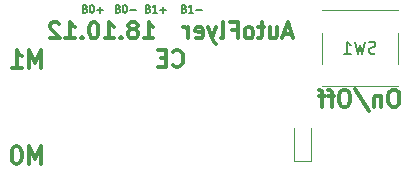
<source format=gbr>
G04 #@! TF.GenerationSoftware,KiCad,Pcbnew,(5.0.0)*
G04 #@! TF.CreationDate,2018-10-12T13:49:54-04:00*
G04 #@! TF.ProjectId,AutoFlyer,4175746F466C7965722E6B696361645F,rev?*
G04 #@! TF.SameCoordinates,Original*
G04 #@! TF.FileFunction,Legend,Bot*
G04 #@! TF.FilePolarity,Positive*
%FSLAX46Y46*%
G04 Gerber Fmt 4.6, Leading zero omitted, Abs format (unit mm)*
G04 Created by KiCad (PCBNEW (5.0.0)) date 10/12/18 13:49:54*
%MOMM*%
%LPD*%
G01*
G04 APERTURE LIST*
%ADD10C,0.152400*%
%ADD11C,0.304800*%
%ADD12C,0.300000*%
%ADD13C,0.120000*%
%ADD14C,0.150000*%
G04 APERTURE END LIST*
D10*
X40751880Y-29672642D02*
X40842595Y-29702880D01*
X40872833Y-29733119D01*
X40903071Y-29793595D01*
X40903071Y-29884309D01*
X40872833Y-29944785D01*
X40842595Y-29975023D01*
X40782119Y-30005261D01*
X40540214Y-30005261D01*
X40540214Y-29370261D01*
X40751880Y-29370261D01*
X40812357Y-29400500D01*
X40842595Y-29430738D01*
X40872833Y-29491214D01*
X40872833Y-29551690D01*
X40842595Y-29612166D01*
X40812357Y-29642404D01*
X40751880Y-29672642D01*
X40540214Y-29672642D01*
X41507833Y-30005261D02*
X41144976Y-30005261D01*
X41326404Y-30005261D02*
X41326404Y-29370261D01*
X41265928Y-29460976D01*
X41205452Y-29521452D01*
X41144976Y-29551690D01*
X41779976Y-29763357D02*
X42263785Y-29763357D01*
X37703880Y-29672642D02*
X37794595Y-29702880D01*
X37824833Y-29733119D01*
X37855071Y-29793595D01*
X37855071Y-29884309D01*
X37824833Y-29944785D01*
X37794595Y-29975023D01*
X37734119Y-30005261D01*
X37492214Y-30005261D01*
X37492214Y-29370261D01*
X37703880Y-29370261D01*
X37764357Y-29400500D01*
X37794595Y-29430738D01*
X37824833Y-29491214D01*
X37824833Y-29551690D01*
X37794595Y-29612166D01*
X37764357Y-29642404D01*
X37703880Y-29672642D01*
X37492214Y-29672642D01*
X38459833Y-30005261D02*
X38096976Y-30005261D01*
X38278404Y-30005261D02*
X38278404Y-29370261D01*
X38217928Y-29460976D01*
X38157452Y-29521452D01*
X38096976Y-29551690D01*
X38731976Y-29763357D02*
X39215785Y-29763357D01*
X38973880Y-30005261D02*
X38973880Y-29521452D01*
X35163880Y-29672642D02*
X35254595Y-29702880D01*
X35284833Y-29733119D01*
X35315071Y-29793595D01*
X35315071Y-29884309D01*
X35284833Y-29944785D01*
X35254595Y-29975023D01*
X35194119Y-30005261D01*
X34952214Y-30005261D01*
X34952214Y-29370261D01*
X35163880Y-29370261D01*
X35224357Y-29400500D01*
X35254595Y-29430738D01*
X35284833Y-29491214D01*
X35284833Y-29551690D01*
X35254595Y-29612166D01*
X35224357Y-29642404D01*
X35163880Y-29672642D01*
X34952214Y-29672642D01*
X35708166Y-29370261D02*
X35768642Y-29370261D01*
X35829119Y-29400500D01*
X35859357Y-29430738D01*
X35889595Y-29491214D01*
X35919833Y-29612166D01*
X35919833Y-29763357D01*
X35889595Y-29884309D01*
X35859357Y-29944785D01*
X35829119Y-29975023D01*
X35768642Y-30005261D01*
X35708166Y-30005261D01*
X35647690Y-29975023D01*
X35617452Y-29944785D01*
X35587214Y-29884309D01*
X35556976Y-29763357D01*
X35556976Y-29612166D01*
X35587214Y-29491214D01*
X35617452Y-29430738D01*
X35647690Y-29400500D01*
X35708166Y-29370261D01*
X36191976Y-29763357D02*
X36675785Y-29763357D01*
D11*
X58652833Y-36572976D02*
X58386738Y-36572976D01*
X58253690Y-36639500D01*
X58120642Y-36772547D01*
X58054119Y-37038642D01*
X58054119Y-37504309D01*
X58120642Y-37770404D01*
X58253690Y-37903452D01*
X58386738Y-37969976D01*
X58652833Y-37969976D01*
X58785880Y-37903452D01*
X58918928Y-37770404D01*
X58985452Y-37504309D01*
X58985452Y-37038642D01*
X58918928Y-36772547D01*
X58785880Y-36639500D01*
X58652833Y-36572976D01*
X57455404Y-37038642D02*
X57455404Y-37969976D01*
X57455404Y-37171690D02*
X57388880Y-37105166D01*
X57255833Y-37038642D01*
X57056261Y-37038642D01*
X56923214Y-37105166D01*
X56856690Y-37238214D01*
X56856690Y-37969976D01*
X55193595Y-36506452D02*
X56391023Y-38302595D01*
X54461833Y-36572976D02*
X54195738Y-36572976D01*
X54062690Y-36639500D01*
X53929642Y-36772547D01*
X53863119Y-37038642D01*
X53863119Y-37504309D01*
X53929642Y-37770404D01*
X54062690Y-37903452D01*
X54195738Y-37969976D01*
X54461833Y-37969976D01*
X54594880Y-37903452D01*
X54727928Y-37770404D01*
X54794452Y-37504309D01*
X54794452Y-37038642D01*
X54727928Y-36772547D01*
X54594880Y-36639500D01*
X54461833Y-36572976D01*
X53463976Y-37038642D02*
X52931785Y-37038642D01*
X53264404Y-37969976D02*
X53264404Y-36772547D01*
X53197880Y-36639500D01*
X53064833Y-36572976D01*
X52931785Y-36572976D01*
X52665690Y-37038642D02*
X52133500Y-37038642D01*
X52466119Y-37969976D02*
X52466119Y-36772547D01*
X52399595Y-36639500D01*
X52266547Y-36572976D01*
X52133500Y-36572976D01*
X49868666Y-31798683D02*
X49203428Y-31798683D01*
X50001714Y-32197826D02*
X49536047Y-30800826D01*
X49070380Y-32197826D01*
X48006000Y-31266492D02*
X48006000Y-32197826D01*
X48604714Y-31266492D02*
X48604714Y-31998254D01*
X48538190Y-32131302D01*
X48405142Y-32197826D01*
X48205571Y-32197826D01*
X48072523Y-32131302D01*
X48006000Y-32064778D01*
X47540333Y-31266492D02*
X47008142Y-31266492D01*
X47340761Y-30800826D02*
X47340761Y-31998254D01*
X47274238Y-32131302D01*
X47141190Y-32197826D01*
X47008142Y-32197826D01*
X46342904Y-32197826D02*
X46475952Y-32131302D01*
X46542476Y-32064778D01*
X46609000Y-31931730D01*
X46609000Y-31532588D01*
X46542476Y-31399540D01*
X46475952Y-31333016D01*
X46342904Y-31266492D01*
X46143333Y-31266492D01*
X46010285Y-31333016D01*
X45943761Y-31399540D01*
X45877238Y-31532588D01*
X45877238Y-31931730D01*
X45943761Y-32064778D01*
X46010285Y-32131302D01*
X46143333Y-32197826D01*
X46342904Y-32197826D01*
X44812857Y-31466064D02*
X45278523Y-31466064D01*
X45278523Y-32197826D02*
X45278523Y-30800826D01*
X44613285Y-30800826D01*
X43881523Y-32197826D02*
X44014571Y-32131302D01*
X44081095Y-31998254D01*
X44081095Y-30800826D01*
X43482380Y-31266492D02*
X43149761Y-32197826D01*
X42817142Y-31266492D02*
X43149761Y-32197826D01*
X43282809Y-32530445D01*
X43349333Y-32596969D01*
X43482380Y-32663492D01*
X41752761Y-32131302D02*
X41885809Y-32197826D01*
X42151904Y-32197826D01*
X42284952Y-32131302D01*
X42351476Y-31998254D01*
X42351476Y-31466064D01*
X42284952Y-31333016D01*
X42151904Y-31266492D01*
X41885809Y-31266492D01*
X41752761Y-31333016D01*
X41686238Y-31466064D01*
X41686238Y-31599111D01*
X42351476Y-31732159D01*
X41087523Y-32197826D02*
X41087523Y-31266492D01*
X41087523Y-31532588D02*
X41021000Y-31399540D01*
X40954476Y-31333016D01*
X40821428Y-31266492D01*
X40688380Y-31266492D01*
X37362190Y-32197826D02*
X38160476Y-32197826D01*
X37761333Y-32197826D02*
X37761333Y-30800826D01*
X37894380Y-31000397D01*
X38027428Y-31133445D01*
X38160476Y-31199969D01*
X36563904Y-31399540D02*
X36696952Y-31333016D01*
X36763476Y-31266492D01*
X36830000Y-31133445D01*
X36830000Y-31066921D01*
X36763476Y-30933873D01*
X36696952Y-30867350D01*
X36563904Y-30800826D01*
X36297809Y-30800826D01*
X36164761Y-30867350D01*
X36098238Y-30933873D01*
X36031714Y-31066921D01*
X36031714Y-31133445D01*
X36098238Y-31266492D01*
X36164761Y-31333016D01*
X36297809Y-31399540D01*
X36563904Y-31399540D01*
X36696952Y-31466064D01*
X36763476Y-31532588D01*
X36830000Y-31665635D01*
X36830000Y-31931730D01*
X36763476Y-32064778D01*
X36696952Y-32131302D01*
X36563904Y-32197826D01*
X36297809Y-32197826D01*
X36164761Y-32131302D01*
X36098238Y-32064778D01*
X36031714Y-31931730D01*
X36031714Y-31665635D01*
X36098238Y-31532588D01*
X36164761Y-31466064D01*
X36297809Y-31399540D01*
X35433000Y-32064778D02*
X35366476Y-32131302D01*
X35433000Y-32197826D01*
X35499523Y-32131302D01*
X35433000Y-32064778D01*
X35433000Y-32197826D01*
X34036000Y-32197826D02*
X34834285Y-32197826D01*
X34435142Y-32197826D02*
X34435142Y-30800826D01*
X34568190Y-31000397D01*
X34701238Y-31133445D01*
X34834285Y-31199969D01*
X33171190Y-30800826D02*
X33038142Y-30800826D01*
X32905095Y-30867350D01*
X32838571Y-30933873D01*
X32772047Y-31066921D01*
X32705523Y-31333016D01*
X32705523Y-31665635D01*
X32772047Y-31931730D01*
X32838571Y-32064778D01*
X32905095Y-32131302D01*
X33038142Y-32197826D01*
X33171190Y-32197826D01*
X33304238Y-32131302D01*
X33370761Y-32064778D01*
X33437285Y-31931730D01*
X33503809Y-31665635D01*
X33503809Y-31333016D01*
X33437285Y-31066921D01*
X33370761Y-30933873D01*
X33304238Y-30867350D01*
X33171190Y-30800826D01*
X32106809Y-32064778D02*
X32040285Y-32131302D01*
X32106809Y-32197826D01*
X32173333Y-32131302D01*
X32106809Y-32064778D01*
X32106809Y-32197826D01*
X30709809Y-32197826D02*
X31508095Y-32197826D01*
X31108952Y-32197826D02*
X31108952Y-30800826D01*
X31242000Y-31000397D01*
X31375047Y-31133445D01*
X31508095Y-31199969D01*
X30177619Y-30933873D02*
X30111095Y-30867350D01*
X29978047Y-30800826D01*
X29645428Y-30800826D01*
X29512380Y-30867350D01*
X29445857Y-30933873D01*
X29379333Y-31066921D01*
X29379333Y-31199969D01*
X29445857Y-31399540D01*
X30244142Y-32197826D01*
X29379333Y-32197826D01*
X39823571Y-34465078D02*
X39890095Y-34531602D01*
X40089666Y-34598126D01*
X40222714Y-34598126D01*
X40422285Y-34531602D01*
X40555333Y-34398554D01*
X40621857Y-34265507D01*
X40688380Y-33999411D01*
X40688380Y-33799840D01*
X40621857Y-33533745D01*
X40555333Y-33400697D01*
X40422285Y-33267650D01*
X40222714Y-33201126D01*
X40089666Y-33201126D01*
X39890095Y-33267650D01*
X39823571Y-33334173D01*
X39224857Y-33866364D02*
X38759190Y-33866364D01*
X38559619Y-34598126D02*
X39224857Y-34598126D01*
X39224857Y-33201126D01*
X38559619Y-33201126D01*
D12*
X28646285Y-42842571D02*
X28646285Y-41342571D01*
X28146285Y-42414000D01*
X27646285Y-41342571D01*
X27646285Y-42842571D01*
X26646285Y-41342571D02*
X26503428Y-41342571D01*
X26360571Y-41414000D01*
X26289142Y-41485428D01*
X26217714Y-41628285D01*
X26146285Y-41914000D01*
X26146285Y-42271142D01*
X26217714Y-42556857D01*
X26289142Y-42699714D01*
X26360571Y-42771142D01*
X26503428Y-42842571D01*
X26646285Y-42842571D01*
X26789142Y-42771142D01*
X26860571Y-42699714D01*
X26932000Y-42556857D01*
X27003428Y-42271142D01*
X27003428Y-41914000D01*
X26932000Y-41628285D01*
X26860571Y-41485428D01*
X26789142Y-41414000D01*
X26646285Y-41342571D01*
X28646285Y-34714571D02*
X28646285Y-33214571D01*
X28146285Y-34286000D01*
X27646285Y-33214571D01*
X27646285Y-34714571D01*
X26146285Y-34714571D02*
X27003428Y-34714571D01*
X26574857Y-34714571D02*
X26574857Y-33214571D01*
X26717714Y-33428857D01*
X26860571Y-33571714D01*
X27003428Y-33643142D01*
D10*
X32369880Y-29672642D02*
X32460595Y-29702880D01*
X32490833Y-29733119D01*
X32521071Y-29793595D01*
X32521071Y-29884309D01*
X32490833Y-29944785D01*
X32460595Y-29975023D01*
X32400119Y-30005261D01*
X32158214Y-30005261D01*
X32158214Y-29370261D01*
X32369880Y-29370261D01*
X32430357Y-29400500D01*
X32460595Y-29430738D01*
X32490833Y-29491214D01*
X32490833Y-29551690D01*
X32460595Y-29612166D01*
X32430357Y-29642404D01*
X32369880Y-29672642D01*
X32158214Y-29672642D01*
X32914166Y-29370261D02*
X32974642Y-29370261D01*
X33035119Y-29400500D01*
X33065357Y-29430738D01*
X33095595Y-29491214D01*
X33125833Y-29612166D01*
X33125833Y-29763357D01*
X33095595Y-29884309D01*
X33065357Y-29944785D01*
X33035119Y-29975023D01*
X32974642Y-30005261D01*
X32914166Y-30005261D01*
X32853690Y-29975023D01*
X32823452Y-29944785D01*
X32793214Y-29884309D01*
X32762976Y-29763357D01*
X32762976Y-29612166D01*
X32793214Y-29491214D01*
X32823452Y-29430738D01*
X32853690Y-29400500D01*
X32914166Y-29370261D01*
X33397976Y-29763357D02*
X33881785Y-29763357D01*
X33639880Y-30005261D02*
X33639880Y-29521452D01*
D13*
G04 #@! TO.C,SW1*
X58856000Y-36250000D02*
X58856000Y-36220000D01*
X58856000Y-29790000D02*
X58856000Y-29820000D01*
X52396000Y-29790000D02*
X52396000Y-29820000D01*
X52396000Y-36220000D02*
X52396000Y-36250000D01*
X58856000Y-34320000D02*
X58856000Y-31720000D01*
X52396000Y-36250000D02*
X58856000Y-36250000D01*
X52396000Y-34320000D02*
X52396000Y-31720000D01*
X52396000Y-29790000D02*
X58856000Y-29790000D01*
G04 #@! TO.C,D1*
X51500000Y-42610000D02*
X50100000Y-42610000D01*
X50100000Y-42610000D02*
X50100000Y-39810000D01*
X51500000Y-42610000D02*
X51500000Y-39810000D01*
G04 #@! TO.C,SW1*
D14*
X56959333Y-33424761D02*
X56816476Y-33472380D01*
X56578380Y-33472380D01*
X56483142Y-33424761D01*
X56435523Y-33377142D01*
X56387904Y-33281904D01*
X56387904Y-33186666D01*
X56435523Y-33091428D01*
X56483142Y-33043809D01*
X56578380Y-32996190D01*
X56768857Y-32948571D01*
X56864095Y-32900952D01*
X56911714Y-32853333D01*
X56959333Y-32758095D01*
X56959333Y-32662857D01*
X56911714Y-32567619D01*
X56864095Y-32520000D01*
X56768857Y-32472380D01*
X56530761Y-32472380D01*
X56387904Y-32520000D01*
X56054571Y-32472380D02*
X55816476Y-33472380D01*
X55626000Y-32758095D01*
X55435523Y-33472380D01*
X55197428Y-32472380D01*
X54292666Y-33472380D02*
X54864095Y-33472380D01*
X54578380Y-33472380D02*
X54578380Y-32472380D01*
X54673619Y-32615238D01*
X54768857Y-32710476D01*
X54864095Y-32758095D01*
G04 #@! TD*
M02*

</source>
